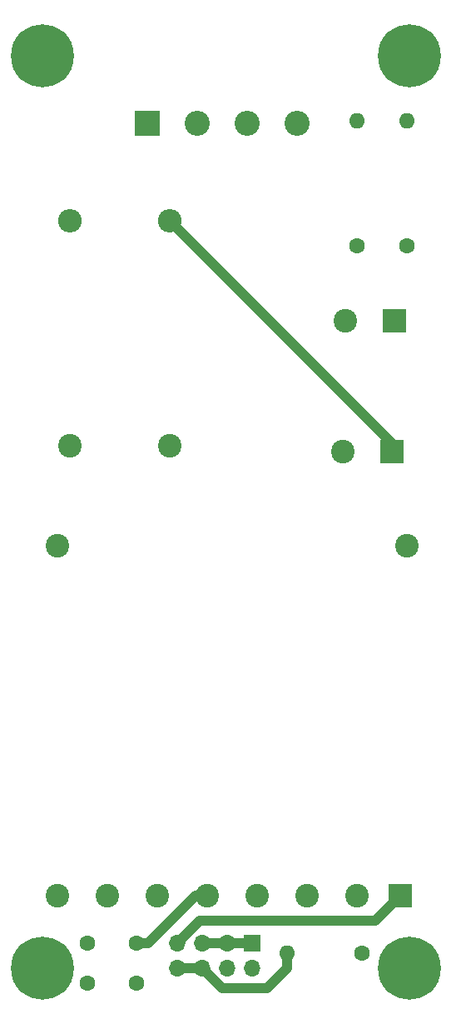
<source format=gbr>
G04 #@! TF.GenerationSoftware,KiCad,Pcbnew,8.0.1*
G04 #@! TF.CreationDate,2024-03-23T11:28:12-07:00*
G04 #@! TF.ProjectId,pbx_ring_gen,7062785f-7269-46e6-975f-67656e2e6b69,2*
G04 #@! TF.SameCoordinates,Original*
G04 #@! TF.FileFunction,Copper,L1,Top*
G04 #@! TF.FilePolarity,Positive*
%FSLAX46Y46*%
G04 Gerber Fmt 4.6, Leading zero omitted, Abs format (unit mm)*
G04 Created by KiCad (PCBNEW 8.0.1) date 2024-03-23 11:28:12*
%MOMM*%
%LPD*%
G01*
G04 APERTURE LIST*
G04 #@! TA.AperFunction,ComponentPad*
%ADD10R,1.700000X1.700000*%
G04 #@! TD*
G04 #@! TA.AperFunction,ComponentPad*
%ADD11O,1.700000X1.700000*%
G04 #@! TD*
G04 #@! TA.AperFunction,ComponentPad*
%ADD12C,1.600000*%
G04 #@! TD*
G04 #@! TA.AperFunction,ComponentPad*
%ADD13O,1.600000X1.600000*%
G04 #@! TD*
G04 #@! TA.AperFunction,ComponentPad*
%ADD14C,6.400000*%
G04 #@! TD*
G04 #@! TA.AperFunction,ComponentPad*
%ADD15R,2.400000X2.400000*%
G04 #@! TD*
G04 #@! TA.AperFunction,ComponentPad*
%ADD16C,2.400000*%
G04 #@! TD*
G04 #@! TA.AperFunction,ComponentPad*
%ADD17O,2.400000X2.400000*%
G04 #@! TD*
G04 #@! TA.AperFunction,ComponentPad*
%ADD18R,2.550000X2.550000*%
G04 #@! TD*
G04 #@! TA.AperFunction,ComponentPad*
%ADD19C,2.550000*%
G04 #@! TD*
G04 #@! TA.AperFunction,Conductor*
%ADD20C,1.000000*%
G04 #@! TD*
G04 APERTURE END LIST*
D10*
X156972000Y-136906000D03*
D11*
X156972000Y-139446000D03*
X154432000Y-136906000D03*
X154432000Y-139446000D03*
X151892000Y-136906000D03*
X151892000Y-139446000D03*
X149352000Y-136906000D03*
X149352000Y-139446000D03*
D12*
X168148000Y-137922000D03*
D13*
X160528000Y-137922000D03*
D14*
X135636000Y-46736000D03*
D15*
X171233959Y-86995000D03*
D16*
X166233959Y-86995000D03*
X148590000Y-86360000D03*
D17*
X148590000Y-63500000D03*
D12*
X140248000Y-140970000D03*
X145248000Y-140970000D03*
D14*
X172974000Y-139446000D03*
D15*
X172085000Y-132080000D03*
D16*
X167640000Y-132080000D03*
X162560000Y-132080000D03*
X157480000Y-132080000D03*
X152400000Y-132080000D03*
X147320000Y-132080000D03*
X142240000Y-132080000D03*
X137160000Y-132080000D03*
X137160000Y-96520000D03*
X172720000Y-96520000D03*
D18*
X146304000Y-53575500D03*
D19*
X151384000Y-53575500D03*
X156464000Y-53575500D03*
X161544000Y-53575500D03*
D14*
X135636000Y-139446000D03*
D12*
X172720000Y-66040000D03*
D13*
X172720000Y-53340000D03*
D12*
X167640000Y-66040000D03*
D13*
X167640000Y-53340000D03*
D14*
X172974000Y-46736000D03*
D15*
X171450000Y-73660000D03*
D16*
X166450000Y-73660000D03*
D12*
X140248000Y-136906000D03*
X145248000Y-136906000D03*
D16*
X138430000Y-86360000D03*
D17*
X138430000Y-63500000D03*
D20*
X145248000Y-136906000D02*
X146411000Y-136906000D01*
X146411000Y-136906000D02*
X151237000Y-132080000D01*
X151237000Y-132080000D02*
X152400000Y-132080000D01*
X171233959Y-86143959D02*
X148590000Y-63500000D01*
X171233959Y-86995000D02*
X171233959Y-86143959D01*
X151892000Y-136906000D02*
X156972000Y-136906000D01*
X172085000Y-132080000D02*
X169545000Y-134620000D01*
X169545000Y-134620000D02*
X151638000Y-134620000D01*
X151638000Y-134620000D02*
X149352000Y-136906000D01*
X158496000Y-141478000D02*
X160528000Y-139446000D01*
X151892000Y-139446000D02*
X153924000Y-141478000D01*
X153924000Y-141478000D02*
X158496000Y-141478000D01*
X160528000Y-139446000D02*
X160528000Y-137922000D01*
X149352000Y-139446000D02*
X151892000Y-139446000D01*
M02*

</source>
